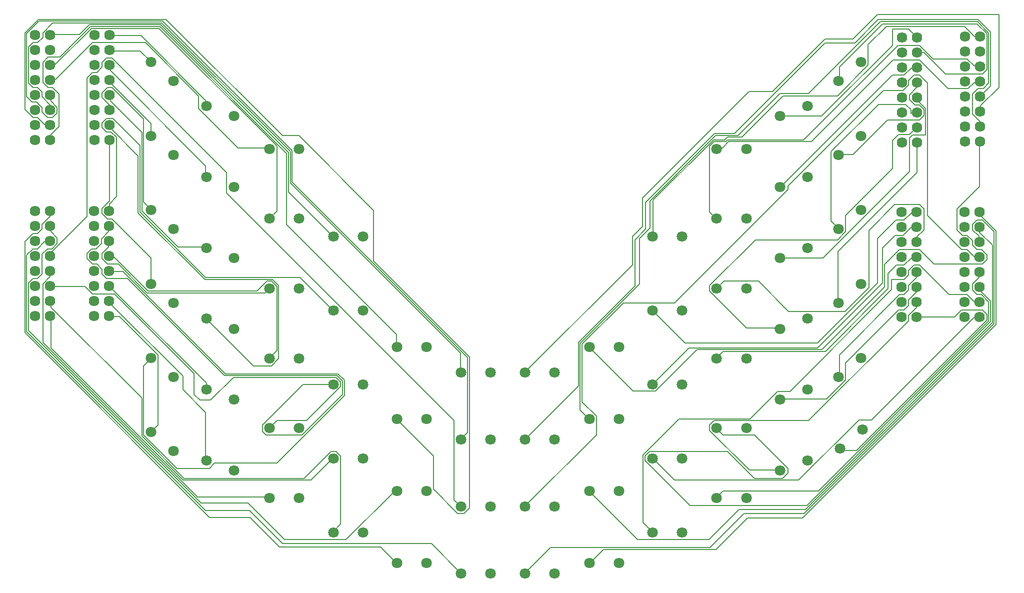
<source format=gbr>
G04 EAGLE Gerber RS-274X export*
G75*
%MOMM*%
%FSLAX34Y34*%
%LPD*%
%INBottom Copper*%
%IPPOS*%
%AMOC8*
5,1,8,0,0,1.08239X$1,22.5*%
G01*
%ADD10C,1.790700*%
%ADD11C,1.800000*%
%ADD12C,0.152400*%


D10*
X1584198Y961644D03*
X1609598Y961644D03*
X1584198Y936244D03*
X1609598Y936244D03*
X1584198Y910844D03*
X1609598Y910844D03*
X1584198Y885444D03*
X1609598Y885444D03*
X1584198Y860044D03*
X1609598Y860044D03*
X1584198Y834644D03*
X1609598Y834644D03*
X1584198Y809244D03*
X1609598Y809244D03*
X1584198Y783844D03*
X1609598Y783844D03*
X1583944Y665480D03*
X1609344Y665480D03*
X1583944Y640080D03*
X1609344Y640080D03*
X1583944Y614680D03*
X1609344Y614680D03*
X1583944Y589280D03*
X1609344Y589280D03*
X1583944Y563880D03*
X1609344Y563880D03*
X1583944Y538480D03*
X1609344Y538480D03*
X1583944Y513080D03*
X1609344Y513080D03*
X1583944Y487680D03*
X1609344Y487680D03*
X1690116Y665480D03*
X1715516Y665480D03*
X1690116Y640080D03*
X1715516Y640080D03*
X1690116Y614680D03*
X1715516Y614680D03*
X1690116Y589280D03*
X1715516Y589280D03*
X1690116Y563880D03*
X1715516Y563880D03*
X1690116Y538480D03*
X1715516Y538480D03*
X1690116Y513080D03*
X1715516Y513080D03*
X1690116Y487680D03*
X1715516Y487680D03*
X1691132Y962660D03*
X1716532Y962660D03*
X1691132Y937260D03*
X1716532Y937260D03*
X1691132Y911860D03*
X1716532Y911860D03*
X1691132Y886460D03*
X1716532Y886460D03*
X1691132Y861060D03*
X1716532Y861060D03*
X1691132Y835660D03*
X1716532Y835660D03*
X1691132Y810260D03*
X1716532Y810260D03*
X1691132Y784860D03*
X1716532Y784860D03*
X216408Y667766D03*
X241808Y667766D03*
X216408Y642366D03*
X241808Y642366D03*
X216408Y616966D03*
X241808Y616966D03*
X216408Y591566D03*
X241808Y591566D03*
X216408Y566166D03*
X241808Y566166D03*
X216408Y540766D03*
X241808Y540766D03*
X216408Y515366D03*
X241808Y515366D03*
X216408Y489966D03*
X241808Y489966D03*
X217424Y965454D03*
X242824Y965454D03*
X217424Y940054D03*
X242824Y940054D03*
X217424Y914654D03*
X242824Y914654D03*
X217424Y889254D03*
X242824Y889254D03*
X217424Y863854D03*
X242824Y863854D03*
X217424Y838454D03*
X242824Y838454D03*
X217424Y813054D03*
X242824Y813054D03*
X217424Y787654D03*
X242824Y787654D03*
X116586Y965200D03*
X141986Y965200D03*
X116586Y939800D03*
X141986Y939800D03*
X116586Y914400D03*
X141986Y914400D03*
X116586Y889000D03*
X141986Y889000D03*
X116586Y863600D03*
X141986Y863600D03*
X116586Y838200D03*
X141986Y838200D03*
X116586Y812800D03*
X141986Y812800D03*
X116586Y787400D03*
X141986Y787400D03*
X116586Y667512D03*
X141986Y667512D03*
X116586Y642112D03*
X141986Y642112D03*
X116586Y616712D03*
X141986Y616712D03*
X116586Y591312D03*
X141986Y591312D03*
X116586Y565912D03*
X141986Y565912D03*
X116586Y540512D03*
X141986Y540512D03*
X116586Y515112D03*
X141986Y515112D03*
X116586Y489712D03*
X141986Y489712D03*
D11*
X1377760Y828247D03*
X1424744Y845348D03*
X1476800Y887781D03*
X1515103Y919920D03*
X1377760Y708189D03*
X1424744Y725290D03*
X1476800Y762515D03*
X1515103Y794654D03*
X1377760Y588131D03*
X1424744Y605232D03*
X1476800Y637248D03*
X1515103Y669388D03*
X1377760Y468073D03*
X1424744Y485174D03*
X1476800Y511982D03*
X1515103Y544122D03*
X1161650Y499436D03*
X1211650Y499436D03*
X1161650Y374144D03*
X1211650Y374144D03*
X1270682Y536275D03*
X1320682Y536275D03*
X1270682Y418028D03*
X1320682Y418028D03*
X1476800Y386716D03*
X1515103Y418855D03*
X1377760Y348015D03*
X1424744Y365116D03*
X1377760Y227957D03*
X1424744Y245058D03*
X1479317Y265405D03*
X1517619Y297544D03*
X1054980Y71578D03*
X1104980Y71578D03*
X1054980Y193479D03*
X1104980Y193479D03*
X945836Y53638D03*
X995836Y53638D03*
X945836Y167148D03*
X995836Y167148D03*
X1270682Y181534D03*
X1320682Y181534D03*
X1270682Y299781D03*
X1320682Y299781D03*
X1161650Y123560D03*
X1211650Y123560D03*
X1161650Y248852D03*
X1211650Y248852D03*
X1161650Y624728D03*
X1211650Y624728D03*
X1270682Y654522D03*
X1320682Y654522D03*
X1270682Y772769D03*
X1320682Y772769D03*
X945836Y280658D03*
X995836Y280658D03*
X945836Y394168D03*
X995836Y394168D03*
X1054980Y315380D03*
X1104980Y315380D03*
X1054980Y437280D03*
X1104980Y437280D03*
X621762Y499436D03*
X671762Y499436D03*
X621762Y374144D03*
X671762Y374144D03*
X513004Y536275D03*
X563004Y536275D03*
X513004Y418028D03*
X563004Y418028D03*
X312499Y418855D03*
X350802Y386716D03*
X406584Y365116D03*
X453569Y348015D03*
X406584Y245058D03*
X453569Y227957D03*
X312499Y293589D03*
X350802Y261450D03*
X406584Y845348D03*
X453569Y828247D03*
X312499Y919920D03*
X350802Y887781D03*
X406584Y725290D03*
X453569Y708189D03*
X312499Y794654D03*
X350802Y762515D03*
X406584Y605232D03*
X453569Y588131D03*
X312499Y669388D03*
X350802Y637248D03*
X406584Y485174D03*
X453569Y468073D03*
X312499Y544122D03*
X350802Y511982D03*
X621762Y624728D03*
X671762Y624728D03*
X513004Y654522D03*
X563004Y654522D03*
X513004Y772769D03*
X563004Y772769D03*
X837478Y280658D03*
X887478Y280658D03*
X837478Y394168D03*
X887478Y394168D03*
X729599Y315380D03*
X779599Y315380D03*
X729599Y437280D03*
X779599Y437280D03*
X729599Y71578D03*
X779599Y71578D03*
X729599Y193479D03*
X779599Y193479D03*
X837478Y53638D03*
X887478Y53638D03*
X837478Y167148D03*
X887478Y167148D03*
X513004Y181534D03*
X563004Y181534D03*
X513004Y299781D03*
X563004Y299781D03*
X621762Y123560D03*
X671762Y123560D03*
X621762Y248852D03*
X671762Y248852D03*
D12*
X1609598Y732774D02*
X1609598Y783844D01*
X1609598Y732774D02*
X1476166Y599342D01*
X1476166Y512617D01*
X1476800Y511982D01*
X1597466Y797112D02*
X1609598Y809244D01*
X1597466Y797112D02*
X1578106Y797112D01*
X1568246Y787252D01*
X1568246Y739190D01*
X1488948Y659892D01*
X1488948Y632460D01*
X1475232Y618744D01*
X1336548Y618744D01*
X1258824Y541020D01*
X1258824Y531876D01*
X1321308Y469392D01*
X1377696Y469392D01*
X1377760Y468073D01*
X1600200Y833628D02*
X1609344Y833628D01*
X1600200Y833628D02*
X1599254Y832682D01*
X1464564Y768096D02*
X1464564Y650748D01*
X1476756Y638556D01*
X1609344Y833628D02*
X1609598Y834644D01*
X1476756Y638556D02*
X1476800Y637248D01*
X1599254Y832682D02*
X1599254Y839156D01*
X1590097Y848313D01*
X1544781Y848313D01*
X1464564Y768096D01*
X1610868Y854964D02*
X1610868Y859536D01*
X1610868Y854964D02*
X1624584Y841248D01*
X1624584Y796377D01*
X1597143Y734559D02*
X1450848Y588264D01*
X1379220Y588264D01*
X1609598Y860044D02*
X1610868Y859536D01*
X1379220Y588264D02*
X1377760Y588131D01*
X1602225Y796377D02*
X1624584Y796377D01*
X1597143Y791296D02*
X1597143Y734559D01*
X1597143Y791296D02*
X1602225Y796377D01*
X1609344Y876300D02*
X1609344Y885444D01*
X1609344Y876300D02*
X1597152Y864108D01*
X1597152Y856488D01*
X1606296Y847344D01*
X1613916Y847344D01*
X1621536Y839724D01*
X1621536Y829367D01*
X1614212Y822043D01*
X1559659Y822043D01*
X1501140Y763524D02*
X1478280Y763524D01*
X1609344Y885444D02*
X1609598Y885444D01*
X1478280Y763524D02*
X1476800Y762515D01*
X1501140Y763524D02*
X1559659Y822043D01*
X1600200Y909828D02*
X1609344Y909828D01*
X1600200Y909828D02*
X1588008Y897636D01*
X1568196Y897636D01*
X1379220Y708660D01*
X1609344Y909828D02*
X1609598Y910844D01*
X1379220Y708660D02*
X1377760Y708189D01*
X1610868Y935736D02*
X1621536Y935736D01*
X1658112Y899160D01*
X1720596Y899160D01*
X1728216Y906780D01*
X1728216Y967740D01*
X1711435Y984521D01*
X1551332Y984521D01*
X1478280Y911469D01*
X1478280Y888492D01*
X1609598Y936244D02*
X1610868Y935736D01*
X1478280Y888492D02*
X1476800Y887781D01*
X1595352Y975890D02*
X1609598Y961644D01*
X1595352Y975890D02*
X1568606Y975890D01*
X1568246Y975531D01*
X1568246Y948203D01*
X1448290Y828247D01*
X1377760Y828247D01*
X1609344Y487680D02*
X1673352Y487680D01*
X1685544Y499872D01*
X1720596Y499872D01*
X1728216Y492252D01*
X1728216Y483108D01*
X1507236Y262128D01*
X1486463Y262128D01*
X1479317Y265405D01*
X1609344Y504444D02*
X1609344Y513080D01*
X1609344Y504444D02*
X1595628Y490728D01*
X1595628Y481584D01*
X1426464Y312420D01*
X1266444Y312420D01*
X1258824Y304800D01*
X1258824Y295656D01*
X1325880Y228600D01*
X1377696Y228600D01*
X1377760Y227957D01*
X1609344Y530352D02*
X1609344Y538480D01*
X1609344Y530352D02*
X1595628Y516636D01*
X1595628Y507492D01*
X1588008Y499872D01*
X1578864Y499872D01*
X1488948Y409956D01*
X1488948Y381000D01*
X1456944Y348996D01*
X1379220Y348996D01*
X1377760Y348015D01*
X1609344Y554736D02*
X1609344Y563880D01*
X1609344Y554736D02*
X1595628Y541020D01*
X1595628Y533400D01*
X1588008Y525780D01*
X1580388Y525780D01*
X1478280Y423672D01*
X1478280Y387096D01*
X1476800Y386716D01*
X1600200Y588264D02*
X1609344Y588264D01*
X1600200Y588264D02*
X1588008Y576072D01*
X1575027Y576072D01*
X1281684Y429768D02*
X1271016Y419100D01*
X1609344Y588264D02*
X1609344Y589280D01*
X1271016Y419100D02*
X1270682Y418028D01*
X1454484Y429768D02*
X1560923Y536207D01*
X1454484Y429768D02*
X1281684Y429768D01*
X1560923Y536207D02*
X1560923Y561969D01*
X1575027Y576072D01*
X1609344Y614680D02*
X1609344Y623316D01*
X1621536Y635508D01*
X1621536Y670560D01*
X1613916Y678180D01*
X1571743Y678180D01*
X1528356Y634793D01*
X1341285Y548640D02*
X1283208Y548640D01*
X1271016Y536448D01*
X1270682Y536275D01*
X1528356Y537952D02*
X1528356Y634793D01*
X1528356Y537952D02*
X1488137Y497734D01*
X1392191Y497734D01*
X1341285Y548640D01*
X1600200Y640080D02*
X1609344Y640080D01*
X1600200Y640080D02*
X1586484Y626364D01*
X1572539Y626364D01*
X1551031Y604856D01*
X1223772Y435864D02*
X1162812Y374904D01*
X1161650Y374144D01*
X1551031Y545472D02*
X1551031Y604856D01*
X1441423Y435864D02*
X1223772Y435864D01*
X1441423Y435864D02*
X1551031Y545472D01*
X1600200Y664464D02*
X1609344Y664464D01*
X1600200Y664464D02*
X1588008Y652272D01*
X1574292Y652272D01*
X1543099Y621079D01*
X1609344Y664464D02*
X1609344Y665480D01*
X1162812Y498348D02*
X1161650Y499436D01*
X1543099Y545761D02*
X1543099Y621079D01*
X1543099Y545761D02*
X1441724Y444386D01*
X1216774Y444386D01*
X1162812Y498348D01*
X1716024Y708660D02*
X1716024Y784860D01*
X1716024Y708660D02*
X1677924Y670560D01*
X1677924Y635508D01*
X1687068Y626364D01*
X1694688Y626364D01*
X1703832Y617220D01*
X1703832Y609600D01*
X1711452Y601980D01*
X1719072Y601980D01*
X1728216Y592836D01*
X1728216Y585216D01*
X1720596Y577596D01*
X1638300Y577596D01*
X1613916Y601980D01*
X1580388Y601980D01*
X1554975Y576567D01*
X1237488Y432816D02*
X1167384Y362712D01*
X1129284Y362712D01*
X1056132Y435864D01*
X1716024Y784860D02*
X1716532Y784860D01*
X1056132Y435864D02*
X1054980Y437280D01*
X1448730Y432816D02*
X1554975Y539061D01*
X1554975Y576567D01*
X1448730Y432816D02*
X1237488Y432816D01*
X1716024Y810768D02*
X1716024Y819912D01*
X1703832Y832104D01*
X1703832Y865632D01*
X1712976Y874776D01*
X1722120Y874776D01*
X1731264Y883920D01*
X1731264Y969264D01*
X1129431Y533547D02*
X1039368Y443484D01*
X1039368Y330708D01*
X1054608Y315468D01*
X1716024Y810768D02*
X1716532Y810260D01*
X1054980Y315380D02*
X1054608Y315468D01*
X1547589Y988476D02*
X1712053Y988476D01*
X1731264Y969264D01*
X1306387Y795806D02*
X1268507Y795806D01*
X1157262Y684561D01*
X1426052Y866939D02*
X1547589Y988476D01*
X1426052Y866939D02*
X1377520Y866939D01*
X1306387Y795806D01*
X1157262Y684561D02*
X1157262Y638392D01*
X1140151Y621281D02*
X1140151Y544039D01*
X1129659Y533547D01*
X1129431Y533547D01*
X1140151Y621281D02*
X1157262Y638392D01*
X1717548Y836676D02*
X1717548Y845820D01*
X1748806Y877078D01*
X1748806Y1000073D01*
X1144773Y641523D02*
X1127760Y624509D01*
X1127760Y576072D01*
X946404Y394716D01*
X1716532Y835660D02*
X1717548Y836676D01*
X946404Y394716D02*
X945836Y394168D01*
X1325081Y870127D02*
X1365300Y870127D01*
X1325081Y870127D02*
X1144773Y689819D01*
X1144773Y641523D01*
X1365300Y870127D02*
X1453694Y958521D01*
X1542726Y1000073D02*
X1748806Y1000073D01*
X1501174Y958521D02*
X1453694Y958521D01*
X1501174Y958521D02*
X1542726Y1000073D01*
X1505123Y952479D02*
X1454168Y952479D01*
X1716532Y861060D02*
X1734312Y878840D01*
X1734312Y970527D01*
X1713315Y991524D01*
X1544168Y991524D01*
X1505123Y952479D01*
X1300543Y798854D02*
X1267245Y798854D01*
X1150410Y682019D01*
X1036320Y371142D02*
X945836Y280658D01*
X1036320Y371142D02*
X1036320Y444747D01*
X1132243Y540670D01*
X1132243Y618799D01*
X1150410Y636966D01*
X1150410Y682019D01*
X1300543Y798854D02*
X1454168Y952479D01*
X1706880Y885444D02*
X1716024Y885444D01*
X1706880Y885444D02*
X1696212Y874776D01*
X1662684Y874776D01*
X1613916Y923544D01*
X1569497Y923544D01*
X1430813Y784860D01*
X1290828Y784860D01*
X1280160Y774192D01*
X1271016Y774192D01*
X1716024Y885444D02*
X1716532Y886460D01*
X1271016Y774192D02*
X1270682Y772769D01*
X1706880Y912876D02*
X1716024Y912876D01*
X1706880Y912876D02*
X1694688Y925068D01*
X1636776Y925068D01*
X1613916Y947928D01*
X1577660Y947928D01*
X1417640Y787908D01*
X1289304Y787908D01*
X1286256Y784860D01*
X1266444Y784860D01*
X1258824Y777240D01*
X1258824Y665988D01*
X1269492Y655320D01*
X1716532Y911860D02*
X1716024Y912876D01*
X1270682Y654522D02*
X1269492Y655320D01*
X1706880Y963168D02*
X1716024Y963168D01*
X1706880Y963168D02*
X1690014Y980035D01*
X1557826Y980035D01*
X1527048Y949256D01*
X1527048Y914400D01*
X1474852Y862204D01*
X1284218Y787908D02*
X1264920Y787908D01*
X1162812Y685800D01*
X1162812Y624840D01*
X1716024Y963168D02*
X1716532Y962660D01*
X1162812Y624840D02*
X1161650Y624728D01*
X1383186Y862204D02*
X1474852Y862204D01*
X1289067Y792758D02*
X1284218Y787908D01*
X1313740Y792758D02*
X1383186Y862204D01*
X1313740Y792758D02*
X1289067Y792758D01*
X1706880Y487680D02*
X1715516Y487680D01*
X1706880Y487680D02*
X1533075Y313875D01*
X1511380Y313875D01*
X1409341Y211836D01*
X1199388Y211836D01*
X1162812Y248412D01*
X1161650Y248852D01*
X1706880Y513588D02*
X1714500Y513588D01*
X1706880Y513588D02*
X1694688Y525780D01*
X1664208Y525780D01*
X1613916Y576072D01*
X1604772Y576072D01*
X1595628Y566928D01*
X1595628Y559308D01*
X1587922Y551602D01*
X1566989Y551602D01*
X1373683Y362251D02*
X1326901Y315468D01*
X1207008Y315468D01*
X1146048Y254508D01*
X1146048Y140208D01*
X1161288Y124968D01*
X1714500Y513588D02*
X1715516Y513080D01*
X1161288Y124968D02*
X1161650Y123560D01*
X1373683Y362251D02*
X1394389Y362251D01*
X1394605Y362035D01*
X1566989Y534419D01*
X1566989Y551602D01*
X1716024Y537972D02*
X1716024Y533400D01*
X1734312Y515112D01*
X1734312Y480060D01*
X1423416Y169164D01*
X1225296Y169164D01*
X1149096Y245364D01*
X1149096Y252984D01*
X1156716Y260604D01*
X1289304Y260604D01*
X1335024Y214884D01*
X1382268Y214884D01*
X1391412Y224028D01*
X1391412Y231648D01*
X1335024Y288036D01*
X1281684Y288036D01*
X1271016Y298704D01*
X1715516Y538480D02*
X1716024Y537972D01*
X1270682Y299781D02*
X1271016Y298704D01*
X1714500Y554736D02*
X1714500Y563880D01*
X1714500Y554736D02*
X1703832Y544068D01*
X1703832Y533400D01*
X1711452Y525780D01*
X1719072Y525780D01*
X1731264Y513588D01*
X1731264Y481584D01*
X1443228Y193548D01*
X1281684Y193548D01*
X1271016Y182880D01*
X1714500Y563880D02*
X1715516Y563880D01*
X1271016Y182880D02*
X1270682Y181534D01*
X1706880Y589788D02*
X1714500Y589788D01*
X1706880Y589788D02*
X1694688Y601980D01*
X1685544Y601980D01*
X1627632Y659892D01*
X1627632Y883920D01*
X1613916Y897636D01*
X1604772Y897636D01*
X1595628Y888492D01*
X1595628Y880872D01*
X1586484Y871728D01*
X1552956Y871728D01*
X1391412Y710184D01*
X1391412Y704088D01*
X1199388Y512064D01*
X1112520Y512064D01*
X1042416Y441960D01*
X1042416Y344424D01*
X1066800Y320040D01*
X1066800Y288036D01*
X946404Y167640D01*
X1714500Y589788D02*
X1715516Y589280D01*
X946404Y167640D02*
X945836Y167148D01*
X1714500Y615696D02*
X1714500Y624840D01*
X1703832Y635508D01*
X1703832Y644652D01*
X1711452Y652272D01*
X1720596Y652272D01*
X1740408Y632460D01*
X1740408Y477012D01*
X1418693Y155297D01*
X1259467Y97536D02*
X989076Y97536D01*
X946404Y54864D01*
X1714500Y615696D02*
X1715516Y614680D01*
X946404Y54864D02*
X945836Y53638D01*
X1317227Y155297D02*
X1418693Y155297D01*
X1317227Y155297D02*
X1259467Y97536D01*
X1716024Y630936D02*
X1716024Y640080D01*
X1716024Y630936D02*
X1737360Y609600D01*
X1737360Y478536D01*
X1421293Y162469D01*
X1257370Y111252D02*
X1136904Y111252D01*
X1056132Y192024D01*
X1715516Y640080D02*
X1716024Y640080D01*
X1056132Y192024D02*
X1054980Y193479D01*
X1308587Y162469D02*
X1421293Y162469D01*
X1308587Y162469D02*
X1257370Y111252D01*
X1716024Y661416D02*
X1716024Y664464D01*
X1716024Y661416D02*
X1743456Y633984D01*
X1743456Y475488D01*
X1415736Y147768D01*
X1269351Y94488D02*
X1078992Y94488D01*
X1056132Y71628D01*
X1716024Y664464D02*
X1715516Y665480D01*
X1056132Y71628D02*
X1054980Y71578D01*
X1322631Y147768D02*
X1415736Y147768D01*
X1322631Y147768D02*
X1269351Y94488D01*
X259080Y489204D02*
X242316Y489204D01*
X259080Y489204D02*
X324612Y423672D01*
X324612Y304800D01*
X313944Y294132D01*
X242316Y489204D02*
X241808Y489966D01*
X313944Y294132D02*
X312499Y293589D01*
X242316Y512064D02*
X242316Y515112D01*
X242316Y512064D02*
X366519Y387861D01*
X405384Y326537D02*
X405384Y245364D01*
X242316Y515112D02*
X241808Y515366D01*
X405384Y245364D02*
X406584Y245058D01*
X366519Y365402D02*
X366519Y387861D01*
X366519Y365402D02*
X405384Y326537D01*
X406584Y375990D02*
X241808Y540766D01*
X406584Y375990D02*
X406584Y365116D01*
X265176Y565404D02*
X242316Y565404D01*
X265176Y565404D02*
X438912Y391668D01*
X629412Y391668D01*
X640080Y381000D01*
X640080Y355092D01*
X525780Y240792D01*
X420624Y240792D01*
X411480Y231648D01*
X356616Y231648D01*
X300228Y288036D01*
X300228Y405384D01*
X312420Y417576D01*
X242316Y565404D02*
X241808Y566166D01*
X312499Y418855D02*
X312420Y417576D01*
X248412Y591312D02*
X242316Y591312D01*
X248412Y591312D02*
X307848Y531876D01*
X492252Y531876D01*
X509016Y548640D01*
X516636Y548640D01*
X525780Y539496D01*
X525780Y431292D01*
X513588Y419100D01*
X242316Y591312D02*
X241808Y591566D01*
X513588Y419100D02*
X513004Y418028D01*
X240792Y606552D02*
X240792Y615696D01*
X240792Y606552D02*
X230124Y595884D01*
X230124Y586740D01*
X239268Y577596D01*
X257556Y577596D01*
X306324Y528828D01*
X505968Y528828D01*
X512064Y534924D01*
X241808Y616966D02*
X240792Y615696D01*
X512064Y534924D02*
X513004Y536275D01*
X240792Y632460D02*
X240792Y641604D01*
X240792Y632460D02*
X228600Y620268D01*
X228600Y612648D01*
X219456Y603504D01*
X211836Y603504D01*
X204216Y595884D01*
X204216Y586740D01*
X213360Y577596D01*
X220980Y577596D01*
X230124Y568452D01*
X230124Y560832D01*
X237744Y553212D01*
X272796Y553212D01*
X437388Y388620D01*
X627888Y388620D01*
X637032Y379476D01*
X637032Y356616D01*
X568452Y288036D01*
X507492Y288036D01*
X501396Y294132D01*
X501396Y304800D01*
X569976Y373380D01*
X620268Y373380D01*
X241808Y642366D02*
X240792Y641604D01*
X620268Y373380D02*
X621762Y374144D01*
X242316Y669036D02*
X242316Y679704D01*
X254508Y691896D01*
X254508Y792480D01*
X245364Y801624D01*
X237744Y801624D01*
X230124Y809244D01*
X230124Y816864D01*
X237744Y824484D01*
X248412Y824484D01*
X294132Y778764D01*
X294132Y665988D01*
X405384Y554736D01*
X565404Y554736D01*
X620268Y499872D01*
X241808Y667766D02*
X242316Y669036D01*
X620268Y499872D02*
X621762Y499436D01*
X242316Y684276D02*
X242316Y786384D01*
X242316Y684276D02*
X230124Y672084D01*
X230124Y662940D01*
X239268Y653796D01*
X246888Y653796D01*
X312420Y588264D01*
X312420Y545592D01*
X242316Y786384D02*
X242824Y787654D01*
X312420Y545592D02*
X312499Y544122D01*
X243840Y807720D02*
X243840Y812292D01*
X243840Y807720D02*
X291084Y760476D01*
X291084Y664464D01*
X403860Y551688D01*
X518160Y551688D01*
X528828Y541020D01*
X528828Y417576D01*
X516636Y405384D01*
X486156Y405384D01*
X406908Y484632D01*
X243840Y812292D02*
X242824Y813054D01*
X406584Y485174D02*
X406908Y484632D01*
X242316Y839724D02*
X242316Y847344D01*
X230124Y859536D01*
X230124Y867156D01*
X239268Y876300D01*
X246888Y876300D01*
X300228Y822960D01*
X300228Y682752D01*
X312420Y670560D01*
X242824Y838454D02*
X242316Y839724D01*
X312420Y670560D02*
X312499Y669388D01*
X243840Y853440D02*
X243840Y862584D01*
X243840Y853440D02*
X297180Y800100D01*
X297180Y667512D01*
X358140Y606552D01*
X405384Y606552D01*
X243840Y862584D02*
X242824Y863854D01*
X405384Y606552D02*
X406584Y605232D01*
X243840Y883920D02*
X243840Y888492D01*
X243840Y883920D02*
X312420Y815340D01*
X312420Y795528D01*
X243840Y888492D02*
X242824Y889254D01*
X312420Y795528D02*
X312499Y794654D01*
X243840Y905256D02*
X243840Y914400D01*
X243840Y905256D02*
X405384Y743712D01*
X405384Y725424D01*
X243840Y914400D02*
X242824Y914654D01*
X405384Y725424D02*
X406584Y725290D01*
X294132Y938784D02*
X243840Y938784D01*
X294132Y938784D02*
X312420Y920496D01*
X243840Y938784D02*
X242824Y940054D01*
X312420Y920496D02*
X312499Y919920D01*
X295656Y964692D02*
X243840Y964692D01*
X295656Y964692D02*
X405384Y854964D01*
X405384Y845820D01*
X243840Y964692D02*
X242824Y965454D01*
X405384Y845820D02*
X406584Y845348D01*
X143256Y489204D02*
X143256Y435864D01*
X367284Y211836D01*
X583692Y211836D01*
X620268Y248412D01*
X143256Y489204D02*
X141986Y489712D01*
X620268Y248412D02*
X621762Y248852D01*
X143256Y504444D02*
X143256Y515112D01*
X143256Y504444D02*
X297180Y350520D01*
X297180Y286512D01*
X368808Y214884D01*
X571500Y214884D01*
X617220Y260604D01*
X626364Y260604D01*
X633984Y252984D01*
X633984Y137160D01*
X621792Y124968D01*
X143256Y515112D02*
X141986Y515112D01*
X621792Y124968D02*
X621762Y123560D01*
X201168Y539496D02*
X143256Y539496D01*
X201168Y539496D02*
X213360Y527304D01*
X250695Y527304D01*
X451997Y385572D02*
X626364Y385572D01*
X633984Y377952D01*
X633984Y370332D01*
X576072Y312420D01*
X525780Y312420D01*
X513588Y300228D01*
X143256Y539496D02*
X141986Y540512D01*
X513004Y299781D02*
X513588Y300228D01*
X395348Y347223D02*
X385489Y357083D01*
X385489Y392510D01*
X250695Y527304D01*
X395348Y347223D02*
X413648Y347223D01*
X451997Y385572D01*
X141732Y556260D02*
X141732Y565404D01*
X141732Y556260D02*
X129540Y544068D01*
X129540Y445008D01*
X391668Y182880D01*
X512064Y182880D01*
X141732Y565404D02*
X141986Y565912D01*
X512064Y182880D02*
X513004Y181534D01*
X143256Y591312D02*
X143256Y597408D01*
X204216Y658368D01*
X204216Y893064D01*
X213360Y902208D01*
X220980Y902208D01*
X230124Y911352D01*
X230124Y918972D01*
X237744Y926592D01*
X246888Y926592D01*
X440436Y733044D01*
X440436Y697992D01*
X826008Y312420D01*
X826008Y178308D01*
X836676Y167640D01*
X143256Y591312D02*
X141986Y591312D01*
X836676Y167640D02*
X837478Y167148D01*
X141732Y615696D02*
X132588Y615696D01*
X120396Y603504D01*
X112776Y603504D01*
X102108Y592836D01*
X102108Y463296D01*
X404872Y160533D01*
X535727Y104219D02*
X787321Y104219D01*
X836676Y54864D01*
X141732Y615696D02*
X141986Y616712D01*
X836676Y54864D02*
X837478Y53638D01*
X479413Y160533D02*
X404872Y160533D01*
X479413Y160533D02*
X535727Y104219D01*
X143256Y632460D02*
X143256Y641604D01*
X143256Y632460D02*
X153924Y621792D01*
X153924Y612648D01*
X144780Y603504D01*
X137160Y603504D01*
X128016Y594360D01*
X128016Y560832D01*
X120396Y553212D01*
X112776Y553212D01*
X105156Y545592D01*
X105156Y464820D01*
X397174Y172802D01*
X538847Y111252D02*
X643128Y111252D01*
X723900Y192024D01*
X728472Y192024D01*
X143256Y641604D02*
X141986Y642112D01*
X728472Y192024D02*
X729599Y193479D01*
X477297Y172802D02*
X397174Y172802D01*
X477297Y172802D02*
X538847Y111252D01*
X141732Y658368D02*
X141732Y667512D01*
X141732Y658368D02*
X128016Y644652D01*
X128016Y637032D01*
X120396Y629412D01*
X112776Y629412D01*
X99060Y615696D01*
X99060Y461772D01*
X411945Y148887D01*
X530320Y98933D02*
X701167Y98933D01*
X728472Y71628D01*
X141986Y667512D02*
X141732Y667512D01*
X728472Y71628D02*
X729599Y71578D01*
X480365Y148887D02*
X411945Y148887D01*
X480365Y148887D02*
X530320Y98933D01*
X143256Y787908D02*
X143256Y797052D01*
X156972Y810768D01*
X156972Y865632D01*
X146304Y876300D01*
X138684Y876300D01*
X129540Y885444D01*
X129540Y918972D01*
X138684Y928116D01*
X158496Y928116D01*
X210312Y979932D01*
X327660Y979932D01*
X542544Y765048D01*
X542544Y644652D01*
X728472Y458724D01*
X728472Y437388D01*
X143256Y787908D02*
X141986Y787400D01*
X728472Y437388D02*
X729599Y437280D01*
X141732Y813816D02*
X132588Y813816D01*
X120396Y826008D01*
X112776Y826008D01*
X99060Y839724D01*
X99060Y969264D01*
X121920Y992124D01*
X338412Y992124D01*
X535320Y795216D01*
X563044Y795216D01*
X689880Y668381D01*
X689880Y582660D01*
X851916Y420624D01*
X851916Y164592D01*
X842772Y155448D01*
X832104Y155448D01*
X790956Y196596D01*
X790956Y252984D01*
X729996Y313944D01*
X141986Y812800D02*
X141732Y813816D01*
X729599Y315380D02*
X729996Y313944D01*
X141732Y838200D02*
X141732Y847344D01*
X128016Y861060D01*
X128016Y868680D01*
X120396Y876300D01*
X112776Y876300D01*
X105156Y883920D01*
X105156Y944880D01*
X112776Y952500D01*
X120396Y952500D01*
X129540Y961644D01*
X129540Y969264D01*
X146304Y986028D01*
X330708Y986028D01*
X548640Y768096D01*
X548640Y714756D01*
X836676Y426720D01*
X836676Y394716D01*
X141986Y838200D02*
X141732Y838200D01*
X836676Y394716D02*
X837478Y394168D01*
X143256Y853440D02*
X143256Y862584D01*
X143256Y853440D02*
X153924Y842772D01*
X153924Y833628D01*
X146304Y826008D01*
X137160Y826008D01*
X128016Y835152D01*
X128016Y842772D01*
X118872Y851916D01*
X111252Y851916D01*
X102108Y861060D01*
X102108Y967740D01*
X123444Y989076D01*
X332232Y989076D01*
X551688Y769620D01*
X551688Y716280D01*
X848868Y419100D01*
X848868Y292608D01*
X838200Y281940D01*
X143256Y862584D02*
X141986Y863600D01*
X838200Y281940D02*
X837478Y280658D01*
X150876Y890016D02*
X143256Y890016D01*
X150876Y890016D02*
X213360Y952500D01*
X303276Y952500D01*
X393192Y862584D01*
X393192Y841248D01*
X460248Y774192D01*
X512064Y774192D01*
X143256Y890016D02*
X141986Y889000D01*
X512064Y774192D02*
X513004Y772769D01*
X149352Y914400D02*
X141986Y914400D01*
X149352Y914400D02*
X211836Y976884D01*
X326136Y976884D01*
X525780Y777240D01*
X525780Y667512D01*
X513588Y655320D01*
X513004Y654522D01*
X192024Y966216D02*
X143256Y966216D01*
X192024Y966216D02*
X208788Y982980D01*
X329184Y982980D01*
X545592Y766572D01*
X545592Y699516D01*
X620268Y624840D01*
X143256Y966216D02*
X141986Y965200D01*
X620268Y624840D02*
X621762Y624728D01*
M02*

</source>
